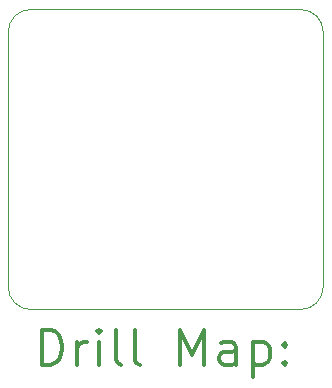
<source format=gbr>
%FSLAX45Y45*%
G04 Gerber Fmt 4.5, Leading zero omitted, Abs format (unit mm)*
G04 Created by KiCad (PCBNEW (5.1.10)-1) date 2021-12-10 13:26:10*
%MOMM*%
%LPD*%
G01*
G04 APERTURE LIST*
%TA.AperFunction,Profile*%
%ADD10C,0.050000*%
%TD*%
%TA.AperFunction,Profile*%
%ADD11C,0.120000*%
%TD*%
%ADD12C,0.200000*%
%ADD13C,0.300000*%
G04 APERTURE END LIST*
D10*
X7937500Y-11874500D02*
X7937500Y-9715500D01*
X10604500Y-9715500D02*
X10604500Y-11874500D01*
X10414000Y-9525000D02*
G75*
G02*
X10604500Y-9715500I0J-190500D01*
G01*
X7937500Y-9715500D02*
G75*
G02*
X8128000Y-9525000I190500J0D01*
G01*
X8128000Y-12065000D02*
G75*
G02*
X7937500Y-11874500I0J190500D01*
G01*
D11*
X10604500Y-11874500D02*
G75*
G02*
X10414000Y-12065000I-190500J0D01*
G01*
D10*
X10414000Y-12065000D02*
X8128000Y-12065000D01*
X8128000Y-9525000D02*
X10414000Y-9525000D01*
D12*
D13*
X8221428Y-12536714D02*
X8221428Y-12236714D01*
X8292857Y-12236714D01*
X8335714Y-12251000D01*
X8364286Y-12279571D01*
X8378571Y-12308143D01*
X8392857Y-12365286D01*
X8392857Y-12408143D01*
X8378571Y-12465286D01*
X8364286Y-12493857D01*
X8335714Y-12522429D01*
X8292857Y-12536714D01*
X8221428Y-12536714D01*
X8521428Y-12536714D02*
X8521428Y-12336714D01*
X8521428Y-12393857D02*
X8535714Y-12365286D01*
X8550000Y-12351000D01*
X8578571Y-12336714D01*
X8607143Y-12336714D01*
X8707143Y-12536714D02*
X8707143Y-12336714D01*
X8707143Y-12236714D02*
X8692857Y-12251000D01*
X8707143Y-12265286D01*
X8721428Y-12251000D01*
X8707143Y-12236714D01*
X8707143Y-12265286D01*
X8892857Y-12536714D02*
X8864286Y-12522429D01*
X8850000Y-12493857D01*
X8850000Y-12236714D01*
X9050000Y-12536714D02*
X9021428Y-12522429D01*
X9007143Y-12493857D01*
X9007143Y-12236714D01*
X9392857Y-12536714D02*
X9392857Y-12236714D01*
X9492857Y-12451000D01*
X9592857Y-12236714D01*
X9592857Y-12536714D01*
X9864286Y-12536714D02*
X9864286Y-12379571D01*
X9850000Y-12351000D01*
X9821428Y-12336714D01*
X9764286Y-12336714D01*
X9735714Y-12351000D01*
X9864286Y-12522429D02*
X9835714Y-12536714D01*
X9764286Y-12536714D01*
X9735714Y-12522429D01*
X9721428Y-12493857D01*
X9721428Y-12465286D01*
X9735714Y-12436714D01*
X9764286Y-12422429D01*
X9835714Y-12422429D01*
X9864286Y-12408143D01*
X10007143Y-12336714D02*
X10007143Y-12636714D01*
X10007143Y-12351000D02*
X10035714Y-12336714D01*
X10092857Y-12336714D01*
X10121428Y-12351000D01*
X10135714Y-12365286D01*
X10150000Y-12393857D01*
X10150000Y-12479571D01*
X10135714Y-12508143D01*
X10121428Y-12522429D01*
X10092857Y-12536714D01*
X10035714Y-12536714D01*
X10007143Y-12522429D01*
X10278571Y-12508143D02*
X10292857Y-12522429D01*
X10278571Y-12536714D01*
X10264286Y-12522429D01*
X10278571Y-12508143D01*
X10278571Y-12536714D01*
X10278571Y-12351000D02*
X10292857Y-12365286D01*
X10278571Y-12379571D01*
X10264286Y-12365286D01*
X10278571Y-12351000D01*
X10278571Y-12379571D01*
M02*

</source>
